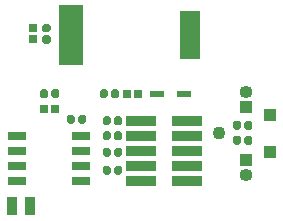
<source format=gbr>
%TF.GenerationSoftware,KiCad,Pcbnew,(5.1.6)-1*%
%TF.CreationDate,2023-04-03T22:04:13-07:00*%
%TF.ProjectId,Watch,57617463-682e-46b6-9963-61645f706362,rev?*%
%TF.SameCoordinates,Original*%
%TF.FileFunction,Soldermask,Bot*%
%TF.FilePolarity,Negative*%
%FSLAX46Y46*%
G04 Gerber Fmt 4.6, Leading zero omitted, Abs format (unit mm)*
G04 Created by KiCad (PCBNEW (5.1.6)-1) date 2023-04-03 22:04:13*
%MOMM*%
%LPD*%
G01*
G04 APERTURE LIST*
%ADD10R,1.800000X4.100000*%
%ADD11R,2.100000X5.100000*%
%ADD12R,0.900000X1.600000*%
%ADD13R,1.650000X0.800000*%
%ADD14R,1.150000X0.600000*%
%ADD15R,0.720000X0.700000*%
%ADD16R,0.700000X0.720000*%
%ADD17C,1.100000*%
%ADD18R,1.100000X1.100000*%
%ADD19O,1.100000X1.100000*%
%ADD20R,2.500000X0.840000*%
G04 APERTURE END LIST*
%TO.C,R103*%
G36*
G01*
X138613500Y-79896000D02*
X139008500Y-79896000D01*
G75*
G02*
X139181000Y-80068500I0J-172500D01*
G01*
X139181000Y-80413500D01*
G75*
G02*
X139008500Y-80586000I-172500J0D01*
G01*
X138613500Y-80586000D01*
G75*
G02*
X138441000Y-80413500I0J172500D01*
G01*
X138441000Y-80068500D01*
G75*
G02*
X138613500Y-79896000I172500J0D01*
G01*
G37*
G36*
G01*
X138613500Y-78926000D02*
X139008500Y-78926000D01*
G75*
G02*
X139181000Y-79098500I0J-172500D01*
G01*
X139181000Y-79443500D01*
G75*
G02*
X139008500Y-79616000I-172500J0D01*
G01*
X138613500Y-79616000D01*
G75*
G02*
X138441000Y-79443500I0J172500D01*
G01*
X138441000Y-79098500D01*
G75*
G02*
X138613500Y-78926000I172500J0D01*
G01*
G37*
%TD*%
D10*
%TO.C,C106*%
X151003000Y-79883000D03*
D11*
X140853000Y-79883000D03*
%TD*%
D12*
%TO.C,Y101*%
X135902000Y-94361000D03*
X137402000Y-94361000D03*
%TD*%
D13*
%TO.C,IC102*%
X141732000Y-92202000D03*
X141732000Y-90932000D03*
X141732000Y-89662000D03*
X141732000Y-88392000D03*
X136282000Y-88392000D03*
X136282000Y-89662000D03*
X136282000Y-90932000D03*
X136282000Y-92202000D03*
%TD*%
D14*
%TO.C,D101*%
X150490000Y-84836000D03*
X148214000Y-84836000D03*
%TD*%
D15*
%TO.C,C202*%
X137668000Y-80216000D03*
X137668000Y-79296000D03*
%TD*%
D16*
%TO.C,C201*%
X138605000Y-86106000D03*
X139525000Y-86106000D03*
%TD*%
%TO.C,C105*%
X146558000Y-84836000D03*
X145638000Y-84836000D03*
%TD*%
%TO.C,R203*%
G36*
G01*
X141491000Y-87192500D02*
X141491000Y-86797500D01*
G75*
G02*
X141663500Y-86625000I172500J0D01*
G01*
X142008500Y-86625000D01*
G75*
G02*
X142181000Y-86797500I0J-172500D01*
G01*
X142181000Y-87192500D01*
G75*
G02*
X142008500Y-87365000I-172500J0D01*
G01*
X141663500Y-87365000D01*
G75*
G02*
X141491000Y-87192500I0J172500D01*
G01*
G37*
G36*
G01*
X140521000Y-87192500D02*
X140521000Y-86797500D01*
G75*
G02*
X140693500Y-86625000I172500J0D01*
G01*
X141038500Y-86625000D01*
G75*
G02*
X141211000Y-86797500I0J-172500D01*
G01*
X141211000Y-87192500D01*
G75*
G02*
X141038500Y-87365000I-172500J0D01*
G01*
X140693500Y-87365000D01*
G75*
G02*
X140521000Y-87192500I0J172500D01*
G01*
G37*
%TD*%
%TO.C,R112*%
G36*
G01*
X144539000Y-91510500D02*
X144539000Y-91115500D01*
G75*
G02*
X144711500Y-90943000I172500J0D01*
G01*
X145056500Y-90943000D01*
G75*
G02*
X145229000Y-91115500I0J-172500D01*
G01*
X145229000Y-91510500D01*
G75*
G02*
X145056500Y-91683000I-172500J0D01*
G01*
X144711500Y-91683000D01*
G75*
G02*
X144539000Y-91510500I0J172500D01*
G01*
G37*
G36*
G01*
X143569000Y-91510500D02*
X143569000Y-91115500D01*
G75*
G02*
X143741500Y-90943000I172500J0D01*
G01*
X144086500Y-90943000D01*
G75*
G02*
X144259000Y-91115500I0J-172500D01*
G01*
X144259000Y-91510500D01*
G75*
G02*
X144086500Y-91683000I-172500J0D01*
G01*
X143741500Y-91683000D01*
G75*
G02*
X143569000Y-91510500I0J172500D01*
G01*
G37*
%TD*%
%TO.C,R111*%
G36*
G01*
X144539000Y-89986500D02*
X144539000Y-89591500D01*
G75*
G02*
X144711500Y-89419000I172500J0D01*
G01*
X145056500Y-89419000D01*
G75*
G02*
X145229000Y-89591500I0J-172500D01*
G01*
X145229000Y-89986500D01*
G75*
G02*
X145056500Y-90159000I-172500J0D01*
G01*
X144711500Y-90159000D01*
G75*
G02*
X144539000Y-89986500I0J172500D01*
G01*
G37*
G36*
G01*
X143569000Y-89986500D02*
X143569000Y-89591500D01*
G75*
G02*
X143741500Y-89419000I172500J0D01*
G01*
X144086500Y-89419000D01*
G75*
G02*
X144259000Y-89591500I0J-172500D01*
G01*
X144259000Y-89986500D01*
G75*
G02*
X144086500Y-90159000I-172500J0D01*
G01*
X143741500Y-90159000D01*
G75*
G02*
X143569000Y-89986500I0J172500D01*
G01*
G37*
%TD*%
%TO.C,R110*%
G36*
G01*
X144539000Y-87319500D02*
X144539000Y-86924500D01*
G75*
G02*
X144711500Y-86752000I172500J0D01*
G01*
X145056500Y-86752000D01*
G75*
G02*
X145229000Y-86924500I0J-172500D01*
G01*
X145229000Y-87319500D01*
G75*
G02*
X145056500Y-87492000I-172500J0D01*
G01*
X144711500Y-87492000D01*
G75*
G02*
X144539000Y-87319500I0J172500D01*
G01*
G37*
G36*
G01*
X143569000Y-87319500D02*
X143569000Y-86924500D01*
G75*
G02*
X143741500Y-86752000I172500J0D01*
G01*
X144086500Y-86752000D01*
G75*
G02*
X144259000Y-86924500I0J-172500D01*
G01*
X144259000Y-87319500D01*
G75*
G02*
X144086500Y-87492000I-172500J0D01*
G01*
X143741500Y-87492000D01*
G75*
G02*
X143569000Y-87319500I0J172500D01*
G01*
G37*
%TD*%
%TO.C,R109*%
G36*
G01*
X144539000Y-88589500D02*
X144539000Y-88194500D01*
G75*
G02*
X144711500Y-88022000I172500J0D01*
G01*
X145056500Y-88022000D01*
G75*
G02*
X145229000Y-88194500I0J-172500D01*
G01*
X145229000Y-88589500D01*
G75*
G02*
X145056500Y-88762000I-172500J0D01*
G01*
X144711500Y-88762000D01*
G75*
G02*
X144539000Y-88589500I0J172500D01*
G01*
G37*
G36*
G01*
X143569000Y-88589500D02*
X143569000Y-88194500D01*
G75*
G02*
X143741500Y-88022000I172500J0D01*
G01*
X144086500Y-88022000D01*
G75*
G02*
X144259000Y-88194500I0J-172500D01*
G01*
X144259000Y-88589500D01*
G75*
G02*
X144086500Y-88762000I-172500J0D01*
G01*
X143741500Y-88762000D01*
G75*
G02*
X143569000Y-88589500I0J172500D01*
G01*
G37*
%TD*%
%TO.C,R108*%
G36*
G01*
X155565000Y-87700500D02*
X155565000Y-87305500D01*
G75*
G02*
X155737500Y-87133000I172500J0D01*
G01*
X156082500Y-87133000D01*
G75*
G02*
X156255000Y-87305500I0J-172500D01*
G01*
X156255000Y-87700500D01*
G75*
G02*
X156082500Y-87873000I-172500J0D01*
G01*
X155737500Y-87873000D01*
G75*
G02*
X155565000Y-87700500I0J172500D01*
G01*
G37*
G36*
G01*
X154595000Y-87700500D02*
X154595000Y-87305500D01*
G75*
G02*
X154767500Y-87133000I172500J0D01*
G01*
X155112500Y-87133000D01*
G75*
G02*
X155285000Y-87305500I0J-172500D01*
G01*
X155285000Y-87700500D01*
G75*
G02*
X155112500Y-87873000I-172500J0D01*
G01*
X154767500Y-87873000D01*
G75*
G02*
X154595000Y-87700500I0J172500D01*
G01*
G37*
%TD*%
%TO.C,R107*%
G36*
G01*
X155565000Y-88970500D02*
X155565000Y-88575500D01*
G75*
G02*
X155737500Y-88403000I172500J0D01*
G01*
X156082500Y-88403000D01*
G75*
G02*
X156255000Y-88575500I0J-172500D01*
G01*
X156255000Y-88970500D01*
G75*
G02*
X156082500Y-89143000I-172500J0D01*
G01*
X155737500Y-89143000D01*
G75*
G02*
X155565000Y-88970500I0J172500D01*
G01*
G37*
G36*
G01*
X154595000Y-88970500D02*
X154595000Y-88575500D01*
G75*
G02*
X154767500Y-88403000I172500J0D01*
G01*
X155112500Y-88403000D01*
G75*
G02*
X155285000Y-88575500I0J-172500D01*
G01*
X155285000Y-88970500D01*
G75*
G02*
X155112500Y-89143000I-172500J0D01*
G01*
X154767500Y-89143000D01*
G75*
G02*
X154595000Y-88970500I0J172500D01*
G01*
G37*
%TD*%
%TO.C,R105*%
G36*
G01*
X144285000Y-85033500D02*
X144285000Y-84638500D01*
G75*
G02*
X144457500Y-84466000I172500J0D01*
G01*
X144802500Y-84466000D01*
G75*
G02*
X144975000Y-84638500I0J-172500D01*
G01*
X144975000Y-85033500D01*
G75*
G02*
X144802500Y-85206000I-172500J0D01*
G01*
X144457500Y-85206000D01*
G75*
G02*
X144285000Y-85033500I0J172500D01*
G01*
G37*
G36*
G01*
X143315000Y-85033500D02*
X143315000Y-84638500D01*
G75*
G02*
X143487500Y-84466000I172500J0D01*
G01*
X143832500Y-84466000D01*
G75*
G02*
X144005000Y-84638500I0J-172500D01*
G01*
X144005000Y-85033500D01*
G75*
G02*
X143832500Y-85206000I-172500J0D01*
G01*
X143487500Y-85206000D01*
G75*
G02*
X143315000Y-85033500I0J172500D01*
G01*
G37*
%TD*%
%TO.C,R104*%
G36*
G01*
X138948000Y-84638500D02*
X138948000Y-85033500D01*
G75*
G02*
X138775500Y-85206000I-172500J0D01*
G01*
X138430500Y-85206000D01*
G75*
G02*
X138258000Y-85033500I0J172500D01*
G01*
X138258000Y-84638500D01*
G75*
G02*
X138430500Y-84466000I172500J0D01*
G01*
X138775500Y-84466000D01*
G75*
G02*
X138948000Y-84638500I0J-172500D01*
G01*
G37*
G36*
G01*
X139918000Y-84638500D02*
X139918000Y-85033500D01*
G75*
G02*
X139745500Y-85206000I-172500J0D01*
G01*
X139400500Y-85206000D01*
G75*
G02*
X139228000Y-85033500I0J172500D01*
G01*
X139228000Y-84638500D01*
G75*
G02*
X139400500Y-84466000I172500J0D01*
G01*
X139745500Y-84466000D01*
G75*
G02*
X139918000Y-84638500I0J-172500D01*
G01*
G37*
%TD*%
D17*
%TO.C,TP103*%
X153416000Y-88138000D03*
%TD*%
D18*
%TO.C,J103*%
X157734000Y-86614000D03*
%TD*%
%TO.C,J102*%
X157734000Y-89789000D03*
%TD*%
D19*
%TO.C,J105*%
X155702000Y-84709000D03*
D18*
X155702000Y-85979000D03*
%TD*%
D19*
%TO.C,J101*%
X155702000Y-91694000D03*
D18*
X155702000Y-90424000D03*
%TD*%
D20*
%TO.C,J104*%
X146812000Y-92202000D03*
X150712000Y-92202000D03*
X146812000Y-90932000D03*
X150712000Y-90932000D03*
X146812000Y-89662000D03*
X150712000Y-89662000D03*
X146812000Y-88392000D03*
X150712000Y-88392000D03*
X146812000Y-87122000D03*
X150712000Y-87122000D03*
%TD*%
M02*

</source>
